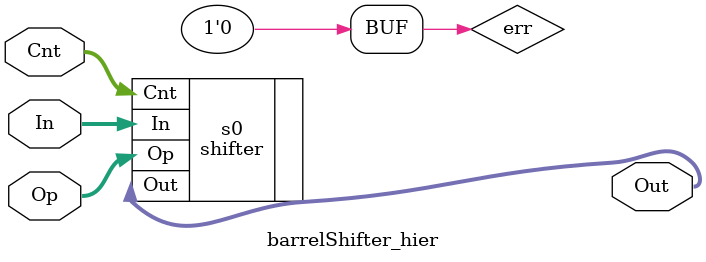
<source format=v>
/*
    CS/ECE 552 Spring '19
    Homework #4, Problem 1
    
    The wrapper module around the barrel shifter to combine it with the clock and 
    reset.
 */
module barrelShifter_hier(In, Cnt, Op, Out);

   // declare constant for size of inputs, outputs (N) and # bits to shift (C)
   parameter N = 16;
   parameter C = 4;
   parameter O = 2;

   input [N-1:0]  In;
   input [C-1:0]  Cnt;
   input [O-1:0]  Op;
   output [N-1:0] Out;

   wire clk;
   wire rst;
   wire err;

   assign err = 1'b0;
 
   clkrst c0(
             // Outputs
             .clk                       (clk),
             .rst                       (rst),
             // Inputs
             .err                       (err)
            );

   shifter s0(
              // Outputs
              .Out                      (Out),
              // Inputs
              .In                       (In),
              .Cnt                      (Cnt),
              .Op                       (Op)
             );
   
endmodule // shifter_hier

</source>
